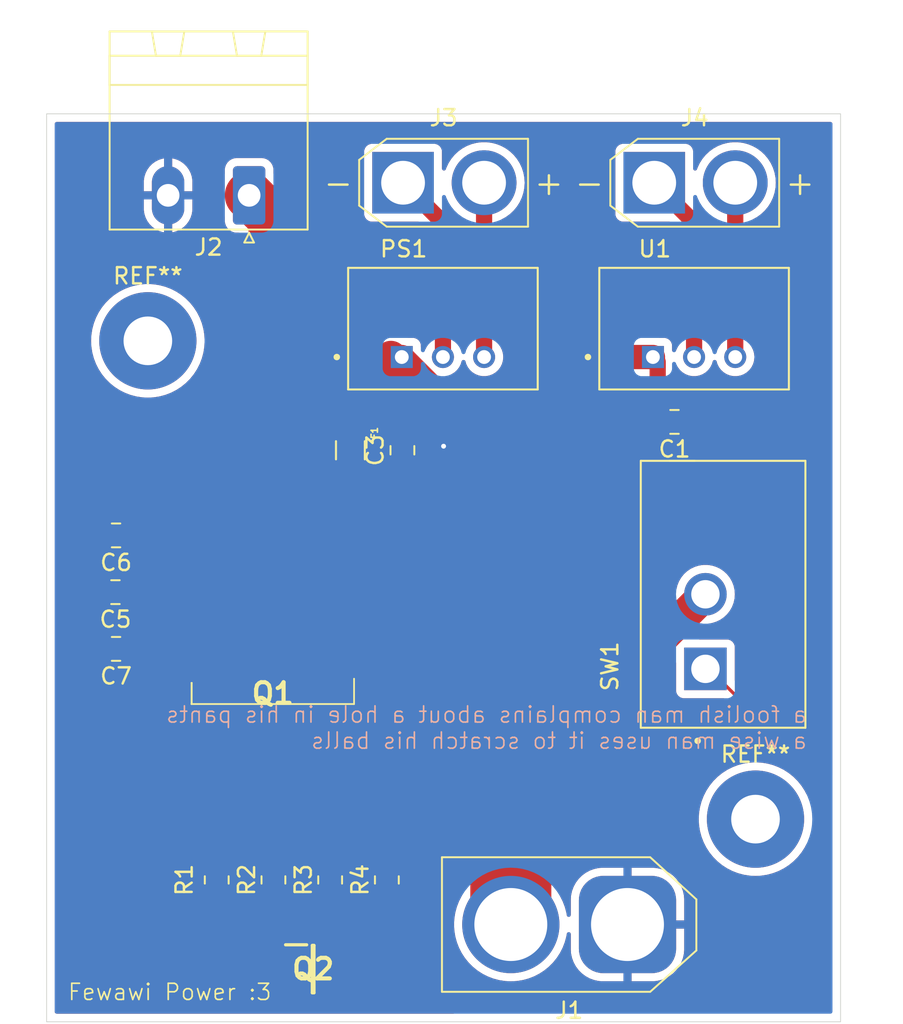
<source format=kicad_pcb>
(kicad_pcb (version 20240108) (generator "pcbnew") (generator_version "8.0")
  (layers (0 "F.Cu" signal) (31 "B.Cu" signal) (34 "B.Paste" user) (35 "F.Paste" user) (36 "B.SilkS" user "B.Silkscreen") (37 "F.SilkS" user "F.Silkscreen") (38 "B.Mask" user) (39 "F.Mask" user) (44 "Edge.Cuts" user))
  (net 0 "")
  (net 1 "GND")
  (net 2 "Net-(PS1-+VIN)")
  (net 3 "34V")
  (net 4 "Net-(Q1-G)")
  (net 5 "Net-(J3-Pin_1)")
  (net 6 "Net-(J3-Pin_2)")
  (net 7 "Net-(J4-Pin_1)")
  (net 8 "Net-(Q2-G)")
  (net 9 "Net-(Q2-D)")
  (net 10 "Net-(SW1-A)")
  (net 11 "Net-(J4-Pin_2)")
  (net 12 "Net-(J1-Pin_2)")
  (footprint "MountingHole:MountingHole_3mm_Pad" (layer "F.Cu") (at 123.25 85.25)
    (property "Reference" "REF**" (at 0 -4 0) (layer "F.SilkS"))
    (property "Value" "MountingHole_3mm_Pad")
    (pad "1" thru_hole circle (at 0 0) (size 6 6) (drill 3) (layers "*.Cu" "*.Mask"))
  )
  (footprint "Connector_AMASS:AMASS_XT30U-F_1x02_P5.0mm_Vertical" (layer "F.Cu") (at 117 46)
    (property "Reference" "J4" (at 2.5 -4 0) (layer "F.SilkS"))
    (property "Value" "Conn_01x02")
    (fp_line (start -2.71 -1.41) (end -2.71 1.41) (stroke (width 0.12)) (layer "F.SilkS"))
    (fp_line (start -2.71 -1.41) (end -1.01 -2.71) (stroke (width 0.12)) (layer "F.SilkS"))
    (fp_line (start -2.71 1.41) (end -1.01 2.71) (stroke (width 0.12)) (layer "F.SilkS"))
    (fp_line (start -1.01 -2.71) (end 7.71 -2.71) (stroke (width 0.12)) (layer "F.SilkS"))
    (fp_line (start -1.01 2.71) (end 7.71 2.71) (stroke (width 0.12)) (layer "F.SilkS"))
    (fp_line (start 7.71 -2.71) (end 7.71 2.71) (stroke (width 0.12)) (layer "F.SilkS"))
    (fp_text user "+" (at 9 0 0) (layer "F.SilkS") (effects (font (size 1.5 1.5))))
    (fp_text user "-" (at -4 0 0) (layer "F.SilkS") (effects (font (size 1.5 1.5))))
    (pad "1" thru_hole rect (at 0 0) (size 3.8 3.8) (drill 2.7) (layers "*.Cu" "*.Mask") (net 7 "Net-(J4-Pin_1)"))
    (pad "2" thru_hole circle (at 5 0) (size 4 4) (drill 2.7) (layers "*.Cu" "*.Mask") (net 11 "Net-(J4-Pin_2)"))
  )
  (footprint "MountingHole:MountingHole_3mm_Pad" (layer "F.Cu") (at 85.75 55.75)
    (property "Reference" "REF**" (at 0 -4 0) (layer "F.SilkS"))
    (property "Value" "MountingHole_3mm_Pad")
    (pad "1" thru_hole circle (at 0 0) (size 6 6) (drill 3) (layers "*.Cu" "*.Mask"))
  )
  (footprint "Connector_AMASS:AMASS_XT30U-F_1x02_P5.0mm_Vertical" (layer "F.Cu") (at 101.5 46)
    (property "Reference" "J3" (at 2.5 -4 0) (layer "F.SilkS"))
    (property "Value" "Conn_01x02")
    (fp_line (start -2.71 -1.41) (end -2.71 1.41) (stroke (width 0.12)) (layer "F.SilkS"))
    (fp_line (start -2.71 -1.41) (end -1.01 -2.71) (stroke (width 0.12)) (layer "F.SilkS"))
    (fp_line (start -2.71 1.41) (end -1.01 2.71) (stroke (width 0.12)) (layer "F.SilkS"))
    (fp_line (start -1.01 -2.71) (end 7.71 -2.71) (stroke (width 0.12)) (layer "F.SilkS"))
    (fp_line (start -1.01 2.71) (end 7.71 2.71) (stroke (width 0.12)) (layer "F.SilkS"))
    (fp_line (start 7.71 -2.71) (end 7.71 2.71) (stroke (width 0.12)) (layer "F.SilkS"))
    (fp_text user "-" (at -4 0 0) (layer "F.SilkS") (effects (font (size 1.5 1.5))))
    (fp_text user "+" (at 9 0 0) (layer "F.SilkS") (effects (font (size 1.5 1.5))))
    (pad "1" thru_hole rect (at 0 0) (size 3.8 3.8) (drill 2.7) (layers "*.Cu" "*.Mask") (net 5 "Net-(J3-Pin_1)"))
    (pad "2" thru_hole circle (at 5 0) (size 4 4) (drill 2.7) (layers "*.Cu" "*.Mask") (net 6 "Net-(J3-Pin_2)"))
  )
  (footprint "C1F-1:FUSC3215X83N" (layer "F.Cu") (at 98.25 62.5 -90)
    (property "Reference" "F1" (at -1.06 -1.49 90) (layer "F.SilkS") (effects (font (size 0.393701 0.393701))))
    (property "Value" "FuseNotMotors")
    (fp_line (start -0.56 0.89) (end 0.56 0.89) (stroke (width 0.127)) (layer "F.SilkS"))
    (fp_line (start -0.56 -0.89) (end 0.56 -0.89) (stroke (width 0.127)) (layer "F.SilkS"))
    (pad "1" smd rect (at -1.47 0 270) (size 1.17 1.8) (layers "F.Cu" "F.Paste" "F.Mask") (net 2 "Net-(PS1-+VIN)"))
    (pad "2" smd rect (at 1.47 0 270) (size 1.17 1.8) (layers "F.Cu" "F.Paste" "F.Mask") (net 3 "34V"))
  )
  (footprint "PowerMosfet:SQM40P1040L_GE3" (layer "F.Cu") (at 93.46 71.594)
    (property "Reference" "Q1" (at 0 5.906 0) (layer "F.SilkS") (effects (font (size 1.27 1.27) (thickness 0.254))))
    (property "Value" "SQM40P10-40L_GE3" (hide yes))
    (fp_line (start -5.017 5.25) (end -5.017 6.556) (stroke (width 0.1)) (layer "F.SilkS"))
    (fp_line (start -5.017 6.556) (end -5.017 6.556) (stroke (width 0.1)) (layer "F.SilkS"))
    (fp_line (start -5.017 6.556) (end -5 6.556) (stroke (width 0.1)) (layer "F.SilkS"))
    (fp_line (start -5.017 6.556) (end 5.016 6.556) (stroke (width 0.1)) (layer "F.SilkS"))
    (fp_line (start -5 5.25) (end -5.017 5.25) (stroke (width 0.1)) (layer "F.SilkS"))
    (fp_line (start -5 6.556) (end -5 5.25) (stroke (width 0.1)) (layer "F.SilkS"))
    (fp_line (start 5.016 5) (end 5.016 5) (stroke (width 0.1)) (layer "F.SilkS"))
    (fp_line (start 5.016 5) (end 5.016 6.556) (stroke (width 0.1)) (layer "F.SilkS"))
    (fp_line (start 5.016 6.556) (end -5.017 6.556) (stroke (width 0.1)) (layer "F.SilkS"))
    (fp_line (start 5.016 6.556) (end 5.016 5) (stroke (width 0.1)) (layer "F.SilkS"))
    (fp_line (start 5.016 6.556) (end 5.016 6.556) (stroke (width 0.1)) (layer "F.SilkS"))
    (fp_line (start 5.016 6.556) (end 5.016 6.556) (stroke (width 0.1)) (layer "F.SilkS"))
    (pad "1" smd rect (at -2.54 9.906) (size 1.257 3.429) (layers "F.Cu" "F.Paste" "F.Mask") (net 4 "Net-(Q1-G)"))
    (pad "2" smd rect (at 0 0 90) (size 9.017 10.668) (layers "F.Cu" "F.Paste" "F.Mask") (net 3 "34V"))
    (pad "3" smd rect (at 2.54 9.906) (size 1.257 3.429) (layers "F.Cu" "F.Paste" "F.Mask") (net 12 "Net-(J1-Pin_2)"))
  )
  (footprint "Capacitor_SMD:C_0805_2012Metric_Pad1.18x1.45mm_HandSolder" (layer "F.Cu") (at 101.46 62.5 90)
    (property "Reference" "C3" (at 0 -1.68 -90) (layer "F.SilkS"))
    (property "Value" "0.1uF")
    (fp_line (start -0.261252 -0.735) (end 0.261252 -0.735) (stroke (width 0.12)) (layer "F.SilkS"))
    (fp_line (start -0.261252 0.735) (end 0.261252 0.735) (stroke (width 0.12)) (layer "F.SilkS"))
    (pad "1" smd roundrect (at -1.0375 0 90) (size 1.175 1.45) (layers "F.Cu" "F.Paste" "F.Mask") (roundrect_rratio 0.212766) (net 1 "GND"))
    (pad "2" smd roundrect (at 1.0375 0 90) (size 1.175 1.45) (layers "F.Cu" "F.Paste" "F.Mask") (roundrect_rratio 0.212766) (net 2 "Net-(PS1-+VIN)"))
  )
  (footprint "Capacitor_SMD:C_0805_2012Metric_Pad1.18x1.45mm_HandSolder" (layer "F.Cu") (at 83.7875 74.75 180)
    (property "Reference" "C7" (at 0 -1.68 180) (layer "F.SilkS"))
    (property "Value" "1uF")
    (fp_line (start -0.261252 0.735) (end 0.261252 0.735) (stroke (width 0.12)) (layer "F.SilkS"))
    (fp_line (start -0.261252 -0.735) (end 0.261252 -0.735) (stroke (width 0.12)) (layer "F.SilkS"))
    (pad "1" smd roundrect (at -1.0375 0 180) (size 1.175 1.45) (layers "F.Cu" "F.Paste" "F.Mask") (roundrect_rratio 0.212766) (net 3 "34V"))
    (pad "2" smd roundrect (at 1.0375 0 180) (size 1.175 1.45) (layers "F.Cu" "F.Paste" "F.Mask") (roundrect_rratio 0.212766) (net 4 "Net-(Q1-G)"))
  )
  (footprint "TSR_1-2450:CONV_TSR_1-2450" (layer "F.Cu") (at 119.46 55)
    (property "Reference" "U1" (at -2.425 -4.915 0) (layer "F.SilkS"))
    (property "Value" "L7812CV")
    (fp_line (start -5.85 -3.75) (end 5.85 -3.75) (stroke (width 0.127)) (layer "F.SilkS"))
    (fp_line (start -5.85 3.75) (end -5.85 -3.75) (stroke (width 0.127)) (layer "F.SilkS"))
    (fp_line (start -5.85 3.75) (end 5.85 3.75) (stroke (width 0.127)) (layer "F.SilkS"))
    (fp_line (start 5.85 -3.75) (end 5.85 3.75) (stroke (width 0.127)) (layer "F.SilkS"))
    (fp_circle (center -6.55 1.75) (end -6.45 1.75) (stroke (width 0.2)) (fill none) (layer "F.SilkS"))
    (pad "1" thru_hole rect (at -2.54 1.75) (size 1.358 1.358) (drill 0.85) (layers "*.Cu" "*.Mask") (net 2 "Net-(PS1-+VIN)"))
    (pad "2" thru_hole circle (at 0 1.75) (size 1.358 1.358) (drill 0.85) (layers "*.Cu" "*.Mask") (net 7 "Net-(J4-Pin_1)"))
    (pad "3" thru_hole circle (at 2.54 1.75) (size 1.358 1.358) (drill 0.85) (layers "*.Cu" "*.Mask") (net 11 "Net-(J4-Pin_2)"))
  )
  (footprint "Resistor_SMD:R_0805_2012Metric_Pad1.20x1.40mm_HandSolder" (layer "F.Cu") (at 100.5 89 90)
    (property "Reference" "R4" (at 0 -1.65 -90) (layer "F.SilkS"))
    (property "Value" "10k")
    (fp_line (start -0.227064 -0.735) (end 0.227064 -0.735) (stroke (width 0.12)) (layer "F.SilkS"))
    (fp_line (start -0.227064 0.735) (end 0.227064 0.735) (stroke (width 0.12)) (layer "F.SilkS"))
    (pad "1" smd roundrect (at -1 0 90) (size 1.2 1.4) (layers "F.Cu" "F.Paste" "F.Mask") (roundrect_rratio 0.208333) (net 8 "Net-(Q2-G)"))
    (pad "2" smd roundrect (at 1 0 90) (size 1.2 1.4) (layers "F.Cu" "F.Paste" "F.Mask") (roundrect_rratio 0.208333) (net 10 "Net-(SW1-A)"))
  )
  (footprint "Connector_AMASS:AMASS_XT60-F_1x02_P7.20mm_Vertical" (layer "F.Cu") (at 115.35 91.75 180)
    (property "Reference" "J1" (at 3.6 -5.3 180) (layer "F.SilkS"))
    (property "Value" "Battery")
    (fp_line (start 11.45 4.15) (end 11.45 -4.15) (stroke (width 0.12)) (layer "F.SilkS"))
    (fp_line (start 11.45 -4.15) (end -1.4 -4.15) (stroke (width 0.12)) (layer "F.SilkS"))
    (fp_line (start -1.4 4.15) (end 11.45 4.15) (stroke (width 0.12)) (layer "F.SilkS"))
    (fp_line (start -1.4 -4.15) (end -4.25 -1.6) (stroke (width 0.12)) (layer "F.SilkS"))
    (fp_line (start -4.25 1.55) (end -1.4 4.15) (stroke (width 0.12)) (layer "F.SilkS"))
    (fp_line (start -4.25 -1.6) (end -4.25 1.55) (stroke (width 0.12)) (layer "F.SilkS"))
    (pad "1" thru_hole roundrect (at 0 0 180) (size 6 6) (drill 4.5) (layers "*.Cu" "*.Mask") (net 1 "GND"))
    (pad "2" thru_hole circle (at 7.2 0 180) (size 6 6) (drill 4.5) (layers "*.Cu" "*.Mask") (net 12 "Net-(J1-Pin_2)"))
  )
  (footprint "Capacitor_SMD:C_0805_2012Metric_Pad1.18x1.45mm_HandSolder" (layer "F.Cu") (at 118.25 60.75 180)
    (property "Reference" "C1" (at 0 -1.68 180) (layer "F.SilkS"))
    (property "Value" "0.1uF")
    (fp_line (start -0.261252 0.735) (end 0.261252 0.735) (stroke (width 0.12)) (layer "F.SilkS"))
    (fp_line (start -0.261252 -0.735) (end 0.261252 -0.735) (stroke (width 0.12)) (layer "F.SilkS"))
    (pad "1" smd roundrect (at -1.0375 0 180) (size 1.175 1.45) (layers "F.Cu" "F.Paste" "F.Mask") (roundrect_rratio 0.212766) (net 1 "GND"))
    (pad "2" smd roundrect (at 1.0375 0 180) (size 1.175 1.45) (layers "F.Cu" "F.Paste" "F.Mask") (roundrect_rratio 0.212766) (net 2 "Net-(PS1-+VIN)"))
  )
  (footprint "TSR_1-2450:CONV_TSR_1-2450" (layer "F.Cu") (at 103.96 55)
    (property "Reference" "PS1" (at -2.425 -4.915 0) (layer "F.SilkS"))
    (property "Value" "TSR_1-2450")
    (fp_line (start -5.85 -3.75) (end 5.85 -3.75) (stroke (width 0.127)) (layer "F.SilkS"))
    (fp_line (start -5.85 3.75) (end -5.85 -3.75) (stroke (width 0.127)) (layer "F.SilkS"))
    (fp_line (start -5.85 3.75) (end 5.85 3.75) (stroke (width 0.127)) (layer "F.SilkS"))
    (fp_line (start 5.85 -3.75) (end 5.85 3.75) (stroke (width 0.127)) (layer "F.SilkS"))
    (fp_circle (center -6.55 1.75) (end -6.45 1.75) (stroke (width 0.2)) (fill none) (layer "F.SilkS"))
    (pad "1" thru_hole rect (at -2.54 1.75) (size 1.358 1.358) (drill 0.85) (layers "*.Cu" "*.Mask") (net 2 "Net-(PS1-+VIN)"))
    (pad "2" thru_hole circle (at 0 1.75) (size 1.358 1.358) (drill 0.85) (layers "*.Cu" "*.Mask") (net 5 "Net-(J3-Pin_1)"))
    (pad "3" thru_hole circle (at 2.54 1.75) (size 1.358 1.358) (drill 0.85) (layers "*.Cu" "*.Mask") (net 6 "Net-(J3-Pin_2)"))
  )
  (footprint "NMosfet:SOT95P237X112-3N" (layer "F.Cu") (at 95.95 94.5)
    (property "Reference" "Q2" (at 0 0 0) (layer "F.SilkS") (effects (font (size 1.27 1.27) (thickness 0.254))))
    (property "Value" "SQ2318AES-T1_BE3" (hide yes))
    (fp_line (start -1.7 -1.5) (end -0.4 -1.5) (stroke (width 0.2)) (layer "F.SilkS"))
    (fp_line (start -0.05 -1.46) (end 0.05 -1.46) (stroke (width 0.2)) (layer "F.SilkS"))
    (fp_line (start -0.05 1.46) (end -0.05 -1.46) (stroke (width 0.2)) (layer "F.SilkS"))
    (fp_line (start 0.05 -1.46) (end 0.05 1.46) (stroke (width 0.2)) (layer "F.SilkS"))
    (fp_line (start 0.05 1.46) (end -0.05 1.46) (stroke (width 0.2)) (layer "F.SilkS"))
    (pad "1" smd rect (at -1.05 -0.95 90) (size 0.6 1.3) (layers "F.Cu" "F.Paste" "F.Mask") (net 8 "Net-(Q2-G)"))
    (pad "2" smd rect (at -1.05 0.95 90) (size 0.6 1.3) (layers "F.Cu" "F.Paste" "F.Mask") (net 1 "GND"))
    (pad "3" smd rect (at 1.05 0 90) (size 0.6 1.3) (layers "F.Cu" "F.Paste" "F.Mask") (net 9 "Net-(Q2-D)"))
  )
  (footprint "GF-123-0054:SW_GF-123-0054" (layer "F.Cu") (at 121.25 71.3825 90)
    (property "Reference" "SW1" (at -4.445 -6.985 -90) (layer "F.SilkS"))
    (property "Value" "SW_SPST")
    (fp_line (start 8.23 -5.08) (end -8.23 -5.08) (stroke (width 0.127)) (layer "F.SilkS"))
    (fp_line (start 8.23 -5.08) (end 8.23 5.08) (stroke (width 0.127)) (layer "F.SilkS"))
    (fp_line (start 8.23 -3.3) (end 8.23 -1.75) (stroke (width 0.127)) (layer "F.SilkS"))
    (fp_line (start 8.23 5.08) (end -8.23 5.08) (stroke (width 0.127)) (layer "F.SilkS"))
    (fp_line (start -8.23 5.08) (end -8.23 -5.08) (stroke (width 0.127)) (layer "F.SilkS"))
    (fp_circle (center -9.04 -1.57) (end -8.94 -1.57) (stroke (width 0.2)) (fill none) (layer "F.SilkS"))
    (pad "1" thru_hole rect (at -4.6 -1.09 90) (size 2.625 2.625) (drill 1.75) (layers "*.Cu" "*.Mask") (net 10 "Net-(SW1-A)"))
    (pad "2" thru_hole circle (at 0 -1.09 90) (size 2.625 2.625) (drill 1.75) (layers "*.Cu" "*.Mask") (net 12 "Net-(J1-Pin_2)"))
  )
  (footprint "Resistor_SMD:R_0805_2012Metric_Pad1.20x1.40mm_HandSolder" (layer "F.Cu") (at 97 89 90)
    (property "Reference" "R3" (at 0 -1.65 -90) (layer "F.SilkS"))
    (property "Value" "10k")
    (fp_line (start -0.227064 -0.735) (end 0.227064 -0.735) (stroke (width 0.12)) (layer "F.SilkS"))
    (fp_line (start -0.227064 0.735) (end 0.227064 0.735) (stroke (width 0.12)) (layer "F.SilkS"))
    (pad "1" smd roundrect (at -1 0 90) (size 1.2 1.4) (layers "F.Cu" "F.Paste" "F.Mask") (roundrect_rratio 0.208333) (net 8 "Net-(Q2-G)"))
    (pad "2" smd roundrect (at 1 0 90) (size 1.2 1.4) (layers "F.Cu" "F.Paste" "F.Mask") (roundrect_rratio 0.208333) (net 1 "GND"))
  )
  (footprint "Connector_Phoenix_MSTB:PhoenixContact_MSTBA_2,5_2-G_1x02_P5.00mm_Horizontal" (layer "F.Cu") (at 92 46.7775 180)
    (property "Reference" "J2" (at 2.5 -3.2 180) (layer "F.SilkS"))
    (property "Value" "MD_Power")
    (fp_line (start 8.61 10.11) (end 8.61 -2.11) (stroke (width 0.12)) (layer "F.SilkS"))
    (fp_line (start 8.61 8.61) (end -3.61 8.61) (stroke (width 0.12)) (layer "F.SilkS"))
    (fp_line (start 8.61 6.81) (end 8.61 8.61) (stroke (width 0.12)) (layer "F.SilkS"))
    (fp_line (start 8.61 -2.11) (end -3.61 -2.11) (stroke (width 0.12)) (layer "F.SilkS"))
    (fp_line (start 6 10.11) (end 5.75 8.61) (stroke (width 0.12)) (layer "F.SilkS"))
    (fp_line (start 5.75 8.61) (end 4.25 8.61) (stroke (width 0.12)) (layer "F.SilkS"))
    (fp_line (start 4.25 8.61) (end 4 10.11) (stroke (width 0.12)) (layer "F.SilkS"))
    (fp_line (start 4 10.11) (end 6 10.11) (stroke (width 0.12)) (layer "F.SilkS"))
    (fp_line (start 1 10.11) (end 0.75 8.61) (stroke (width 0.12)) (layer "F.SilkS"))
    (fp_line (start 0.75 8.61) (end -0.75 8.61) (stroke (width 0.12)) (layer "F.SilkS"))
    (fp_line (start 0.3 -2.91) (end 0 -2.31) (stroke (width 0.12)) (layer "F.SilkS"))
    (fp_line (start 0 -2.31) (end -0.3 -2.91) (stroke (width 0.12)) (layer "F.SilkS"))
    (fp_line (start -0.3 -2.91) (end 0.3 -2.91) (stroke (width 0.12)) (layer "F.SilkS"))
    (fp_line (start -0.75 8.61) (end -1 10.11) (stroke (width 0.12)) (layer "F.SilkS"))
    (fp_line (start -1 10.11) (end 1 10.11) (stroke (width 0.12)) (layer "F.SilkS"))
    (fp_line (start -3.61 10.11) (end 8.61 10.11) (stroke (width 0.12)) (layer "F.SilkS"))
    (fp_line (start -3.61 8.61) (end -3.61 6.81) (stroke (width 0.12)) (layer "F.SilkS"))
    (fp_line (start -3.61 6.81) (end 8.61 6.81) (stroke (width 0.12)) (layer "F.SilkS"))
    (fp_line (start -3.61 -2.11) (end -3.61 10.11) (stroke (width 0.12)) (layer "F.SilkS"))
    (pad "1" thru_hole roundrect (at 0 0 180) (size 2 3.6) (drill 1.4) (layers "*.Cu" "*.Mask") (roundrect_rratio 0.125) (net 3 "34V"))
    (pad "2" thru_hole oval (at 5 0 180) (size 2 3.6) (drill 1.4) (layers "*.Cu" "*.Mask") (net 1 "GND"))
  )
  (footprint "Resistor_SMD:R_0805_2012Metric_Pad1.20x1.40mm_HandSolder" (layer "F.Cu") (at 90 89 -90)
    (property "Reference" "R1" (at 0 2 90) (layer "F.SilkS"))
    (property "Value" "15k")
    (fp_line (start -0.227064 0.735) (end 0.227064 0.735) (stroke (width 0.12)) (layer "F.SilkS"))
    (fp_line (start -0.227064 -0.735) (end 0.227064 -0.735) (stroke (width 0.12)) (layer "F.SilkS"))
    (pad "1" smd roundrect (at -1 0 270) (size 1.2 1.4) (layers "F.Cu" "F.Paste" "F.Mask") (roundrect_rratio 0.208333) (net 4 "Net-(Q1-G)"))
    (pad "2" smd roundrect (at 1 0 270) (size 1.2 1.4) (layers "F.Cu" "F.Paste" "F.Mask") (roundrect_rratio 0.208333) (net 9 "Net-(Q2-D)"))
  )
  (footprint "Capacitor_SMD:C_0805_2012Metric_Pad1.18x1.45mm_HandSolder" (layer "F.Cu") (at 83.75 71.25 180)
    (property "Reference" "C5" (at 0 -1.68 180) (layer "F.SilkS"))
    (property "Value" "10uF")
    (fp_line (start -0.261252 0.735) (end 0.261252 0.735) (stroke (width 0.12)) (layer "F.SilkS"))
    (fp_line (start -0.261252 -0.735) (end 0.261252 -0.735) (stroke (width 0.12)) (layer "F.SilkS"))
    (pad "1" smd roundrect (at -1.0375 0 180) (size 1.175 1.45) (layers "F.Cu" "F.Paste" "F.Mask") (roundrect_rratio 0.212766) (net 3 "34V"))
    (pad "2" smd roundrect (at 1.0375 0 180) (size 1.175 1.45) (layers "F.Cu" "F.Paste" "F.Mask") (roundrect_rratio 0.212766) (net 1 "GND"))
  )
  (footprint "Resistor_SMD:R_0805_2012Metric_Pad1.20x1.40mm_HandSolder" (layer "F.Cu") (at 93.5 89 90)
    (property "Reference" "R2" (at 0 -1.65 -90) (layer "F.SilkS"))
    (property "Value" "10k")
    (fp_line (start -0.227064 -0.735) (end 0.227064 -0.735) (stroke (width 0.12)) (layer "F.SilkS"))
    (fp_line (start -0.227064 0.735) (end 0.227064 0.735) (stroke (width 0.12)) (layer "F.SilkS"))
    (pad "1" smd roundrect (at -1 0 90) (size 1.2 1.4) (layers "F.Cu" "F.Paste" "F.Mask") (roundrect_rratio 0.208333) (net 4 "Net-(Q1-G)"))
    (pad "2" smd roundrect (at 1 0 90) (size 1.2 1.4) (layers "F.Cu" "F.Paste" "F.Mask") (roundrect_rratio 0.208333) (net 12 "Net-(J1-Pin_2)"))
  )
  (footprint "Capacitor_SMD:C_0805_2012Metric_Pad1.18x1.45mm_HandSolder" (layer "F.Cu") (at 83.7875 67.75 180)
    (property "Reference" "C6" (at 0 -1.68 180) (layer "F.SilkS"))
    (property "Value" "1uF")
    (fp_line (start -0.261252 0.735) (end 0.261252 0.735) (stroke (width 0.12)) (layer "F.SilkS"))
    (fp_line (start -0.261252 -0.735) (end 0.261252 -0.735) (stroke (width 0.12)) (layer "F.SilkS"))
    (pad "1" smd roundrect (at -1.0375 0 180) (size 1.175 1.45) (layers "F.Cu" "F.Paste" "F.Mask") (roundrect_rratio 0.212766) (net 3 "34V"))
    (pad "2" smd roundrect (at 1.0375 0 180) (size 1.175 1.45) (layers "F.Cu" "F.Paste" "F.Mask") (roundrect_rratio 0.212766) (net 1 "GND"))
  )
  (gr_rect (start 79.5 41.75) (end 128.5 97.75) (stroke (width 0.05)) (fill none) (layer "Edge.Cuts"))
  (gr_text "a foolish man complains about a hole in his pants\na wise man uses it to scratch his balls" (at 126.5 81 0) (layer "B.SilkS") (effects (font (size 1 1) (thickness 0.1)) (justify left bottom mirror)))
  (gr_text "Fewawi Power :3" (at 80.75 96.5 0) (layer "F.SilkS") (effects (font (size 1 1) (thickness 0.1)) (justify left bottom)))
  (via (at 104 62.25) (size 0.6) (drill 0.3) (layers "F.Cu" "B.Cu") (net 1))
  (segment (start 101.42 56.75) (end 100.75 56.75) (width 1) (layer "F.Cu") (net 2))
  (segment (start 101.42 56.75) (end 101.5 56.75) (width 0.2) (layer "F.Cu") (net 2))
  (segment (start 104.67 60) (end 112 60) (width 1.5) (layer "F.Cu") (net 2))
  (segment (start 112 60) (end 115.25 56.75) (width 1.5) (layer "F.Cu") (net 2))
  (segment (start 115.25 56.75) (end 116.92 56.75) (width 1.5) (layer "F.Cu") (net 2))
  (segment (start 101.0275 61.03) (end 101.46 61.4625) (width 0.2) (layer "F.Cu") (net 2))
  (segment (start 117.2125 60.75) (end 117.2125 57.0425) (width 1) (layer "F.Cu") (net 2))
  (segment (start 101.46 56.79) (end 101.42 56.75) (width 0.2) (layer "F.Cu") (net 2))
  (segment (start 117.2125 57.0425) (end 116.92 56.75) (width 0.2) (layer "F.Cu") (net 2))
  (segment (start 100.75 56.75) (end 98.25 59.25) (width 2) (layer "F.Cu") (net 2))
  (segment (start 98.25 59.25) (end 98.25 61.03) (width 2) (layer "F.Cu") (net 2))
  (segment (start 101.46 61.4625) (end 101.46 56.79) (width 1) (layer "F.Cu") (net 2))
  (segment (start 101.42 56.75) (end 104.67 60) (width 1.5) (layer "F.Cu") (net 2))
  (segment (start 84.7875 67.7875) (end 84.825 67.75) (width 0.2) (layer "F.Cu") (net 3))
  (segment (start 93.46 71.594) (end 93.46 48.2375) (width 3) (layer "F.Cu") (net 3))
  (segment (start 93.46 48.2375) (end 92 46.7775) (width 3) (layer "F.Cu") (net 3))
  (segment (start 84.825 71.2875) (end 84.7875 71.25) (width 0.2) (layer "F.Cu") (net 3))
  (segment (start 98.25 63.97) (end 98.25 66.804) (width 2) (layer "F.Cu") (net 3))
  (segment (start 89.616 67.75) (end 93.46 71.594) (width 0.2) (layer "F.Cu") (net 3))
  (segment (start 84.825 74.75) (end 84.825 71.2875) (width 1) (layer "F.Cu") (net 3))
  (segment (start 98.25 66.804) (end 93.46 71.594) (width 2) (layer "F.Cu") (net 3))
  (segment (start 84.7875 71.25) (end 84.7875 67.7875) (width 1) (layer "F.Cu") (net 3))
  (segment (start 84.825 67.75) (end 89.616 67.75) (width 1) (layer "F.Cu") (net 3))
  (segment (start 90 82.42) (end 90.92 81.5) (width 0.2) (layer "F.Cu") (net 4))
  (segment (start 92 90) (end 90 88) (width 0.2) (layer "F.Cu") (net 4))
  (segment (start 89.5 81.5) (end 90.92 81.5) (width 0.2) (layer "F.Cu") (net 4))
  (segment (start 93.5 90) (end 92 90) (width 0.2) (layer "F.Cu") (net 4))
  (segment (start 90 88) (end 90 82.42) (width 0.2) (layer "F.Cu") (net 4))
  (segment (start 82.75 74.75) (end 89.5 81.5) (width 0.2) (layer "F.Cu") (net 4))
  (segment (start 103.96 56.75) (end 103.96 48.46) (width 1) (layer "F.Cu") (net 5))
  (segment (start 103.96 48.46) (end 101.5 46) (width 1) (layer "F.Cu") (net 5))
  (segment (start 106.5 56.75) (end 106.5 46) (width 1) (layer "F.Cu") (net 6))
  (segment (start 119.46 48.46) (end 117 46) (width 1) (layer "F.Cu") (net 7))
  (segment (start 119.46 56.75) (end 119.46 48.46) (width 1) (layer "F.Cu") (net 7))
  (segment (start 100.5 90) (end 97 90) (width 0.2) (layer "F.Cu") (net 8))
  (segment (start 97 90) (end 97 91.45) (width 0.2) (layer "F.Cu") (net 8))
  (segment (start 97 91.45) (end 94.9 93.55) (width 0.2) (layer "F.Cu") (net 8))
  (segment (start 94.3 94.5) (end 90 90.2) (width 0.2) (layer "F.Cu") (net 9))
  (segment (start 90 90.2) (end 90 90) (width 0.2) (layer "F.Cu") (net 9))
  (segment (start 97 94.5) (end 94.3 94.5) (width 0.2) (layer "F.Cu") (net 9))
  (segment (start 120.16 75.9825) (end 120.3825 75.9825) (width 0.2) (layer "F.Cu") (net 10))
  (segment (start 127.2 91.7) (end 122.1 96.8) (width 0.2) (layer "F.Cu") (net 10))
  (segment (start 102.5 94) (end 102.5 90) (width 0.2) (layer "F.Cu") (net 10))
  (segment (start 122.1 96.8) (end 105.3 96.8) (width 0.2) (layer "F.Cu") (net 10))
  (segment (start 120.3825 75.9825) (end 127.2 82.8) (width 0.2) (layer "F.Cu") (net 10))
  (segment (start 105.3 96.8) (end 102.5 94) (width 0.2) (layer "F.Cu") (net 10))
  (segment (start 102.5 90) (end 100.5 88) (width 0.2) (layer "F.Cu") (net 10))
  (segment (start 127.2 82.8) (end 127.2 91.7) (width 0.2) (layer "F.Cu") (net 10))
  (segment (start 122 56.75) (end 122 46) (width 1) (layer "F.Cu") (net 11))
  (segment (start 120.16 71.3825) (end 108.15 83.3925) (width 2) (layer "F.Cu") (net 12))
  (segment (start 108.15 91.75) (end 108.15 86.85) (width 5) (layer "F.Cu") (net 12))
  (segment (start 108.15 83.3925) (end 108.15 86.85) (width 0.2) (layer "F.Cu") (net 12))
  (segment (start 102.8 81.5) (end 96 81.5) (width 5) (layer "F.Cu") (net 12))
  (segment (start 93.5 88) (end 93.5 84) (width 0.2) (layer "F.Cu") (net 12))
  (segment (start 96 81.5) (end 96 81.492387) (width 0.2) (layer "F.Cu") (net 12))
  (segment (start 108.15 86.85) (end 102.8 81.5) (width 5) (layer "F.Cu") (net 12))
  (segment (start 93.5 84) (end 96 81.5) (width 0.2) (layer "F.Cu") (net 12))
  (zone (net 1) (net_name "GND") (layers "F&B.Cu") (connect_pads (clearance 0.5)) (min_thickness 0.25) (fill yes (thermal_gap 0.5) (thermal_bridge_width 0.5))
    (polygon (pts (xy 79.5 41.75) (xy 128.5 41.75) (xy 128.5 97.75) (xy 79.5 97.75)))
  )
)
</source>
